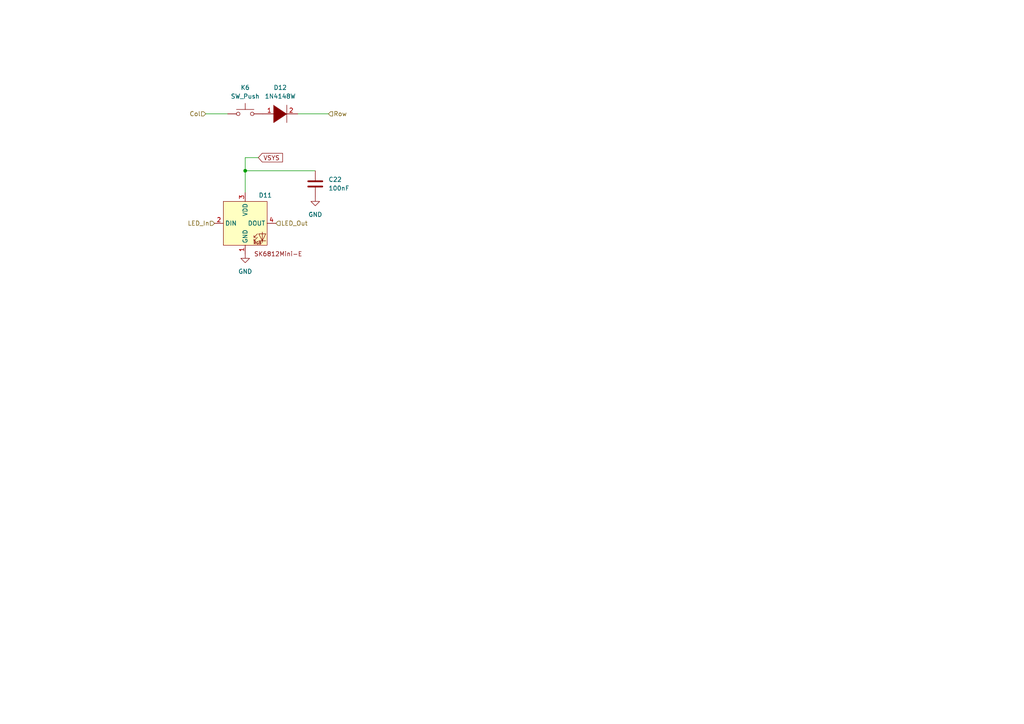
<source format=kicad_sch>
(kicad_sch (version 20231120) (generator "eeschema") (generator_version "8.0")
  (paper "A4")
  (lib_symbols
    (symbol "Device:C" (pin_numbers hide) (pin_names (offset 0.254))
      (property "Reference" "C" (at 0.635 2.54 0))
      (property "Value" "C" (at 0.635 -2.54 0))
      (symbol "C_0_1"
        (polyline (pts (xy -2.032 -0.762) (xy 2.032 -0.762)) (stroke (width 0.508)))
        (polyline (pts (xy -2.032 0.762) (xy 2.032 0.762)) (stroke (width 0.508)))
      )
      (symbol "C_1_1"
        (pin passive line (at 0 3.81 270) (length 2.794) (name "~") (number "1"))
        (pin passive line (at 0 -3.81 90) (length 2.794) (name "~") (number "2"))
      )
    )
    (symbol "Extra:SK6812Mini-E"
      (property "Reference" "D" (at 2.794 7.874 0))
      (symbol "SK6812Mini-E_0_0"
        (text "RGB" (at 3.556 -5.715 0) (effects (font (size 0.762 0.762))))
      )
      (symbol "SK6812Mini-E_0_1"
        (polyline (pts (xy 2.54 -5.08) (xy 3.048 -5.08)))
        (polyline (pts (xy 2.54 -4.064) (xy 3.048 -4.064)))
        (polyline (pts (xy 5.969 -5.08) (xy 3.937 -5.08)))
        (polyline (pts (xy 3.556 -4.064) (xy 2.54 -5.08) (xy 2.54 -4.572)))
        (polyline (pts (xy 3.556 -3.048) (xy 2.54 -4.064) (xy 2.54 -3.556)))
        (polyline (pts (xy 4.953 -2.54) (xy 4.953 -5.08) (xy 4.953 -5.588)))
        (polyline (pts (xy 5.969 -3.048) (xy 3.937 -3.048) (xy 4.953 -5.08) (xy 5.969 -3.048)))
      )
      (symbol "SK6812Mini-E_1_1"
        (rectangle (start -6.35 6.35) (end 6.35 -6.35) (fill (type background)))
        (text private "https://www.lcsc.com/datasheet/lcsc_datasheet_2412101523_OPSCO-Optoelectronics-SK6812MINI-E_C5149201.pdf" (at 3.556 -14.224 0) (effects (font (size 1.27 1.27)) (justify left)))
        (text private "https://www.lcsc.com/product-detail/Light-Emitting-Diodes-LED_OPSCO-Optoelectronics-SK6812MINI-E_C5149201.html" (at 3.556 -11.684 0) (effects (font (size 1.27 1.27)) (justify left)))
        (text "SK6812Mini-E" (at 2.54 -8.89 0) (effects (font (size 1.27 1.27)) (justify left)))
        (pin power_in line (at 0 -8.89 90) (length 2.54) (name "GND") (number "1"))
        (pin input line (at -8.89 0 0) (length 2.54) (name "DIN") (number "2"))
        (pin power_in line (at 0 8.89 270) (length 2.54) (name "VDD") (number "3"))
        (pin output line (at 8.89 0 180) (length 2.54) (name "DOUT") (number "4"))
      )
    )
    (symbol "Switch:SW_Push" (pin_numbers hide) (pin_names (offset 1.016) hide)
      (property "Reference" "SW" (at 1.27 2.54 0))
      (property "Value" "SW_Push" (at 0 -1.524 0))
      (symbol "SW_Push_0_1"
        (circle (center -2.032 0) (radius 0.508))
        (polyline (pts (xy 0 1.27) (xy 0 3.048)))
        (polyline (pts (xy 2.54 1.27) (xy -2.54 1.27)))
        (circle (center 2.032 0) (radius 0.508))
        (pin passive line (at -5.08 0 0) (length 2.54) (name "1") (number "1"))
        (pin passive line (at 5.08 0 180) (length 2.54) (name "2") (number "2"))
      )
    )
    (symbol "power:GND" (power) (pin_numbers hide) (pin_names (offset 0) hide)
      (property "Value" "GND" (at 0 -3.81 0))
      (symbol "GND_0_1"
        (polyline (pts (xy 0 0) (xy 0 -1.27) (xy 1.27 -1.27) (xy 0 -2.54) (xy -1.27 -1.27) (xy 0 -1.27)))
      )
      (symbol "GND_1_1"
        (pin power_in line (at 0 0 270) (length 0) (name "~") (number "1"))
      )
    )
    (symbol "pspice:DIODE" (pin_names (offset 1.016) hide)
      (property "Reference" "D" (at 0 3.81 0))
      (property "Value" "DIODE" (at 0 -4.445 0))
      (symbol "DIODE_0_1"
        (polyline (pts (xy 1.905 2.54) (xy 1.905 -2.54)))
        (polyline (pts (xy -1.905 2.54) (xy -1.905 -2.54) (xy 1.905 0)) (fill (type outline)))
      )
      (symbol "DIODE_1_1"
        (pin input line (at -5.08 0 0) (length 3.81) (name "K") (number "1"))
        (pin input line (at 5.08 0 180) (length 3.81) (name "A") (number "2"))
      )
    )
  )
  (junction (at 71.12 49.53))
  (wire (pts (xy 71.12 55.88) (xy 71.12 49.53)))
  (wire (pts (xy 74.93 45.72) (xy 71.12 45.72)))
  (wire (pts (xy 71.12 45.72) (xy 71.12 49.53)))
  (wire (pts (xy 86.36 33.02) (xy 95.25 33.02)))
  (wire (pts (xy 71.12 49.53) (xy 91.44 49.53)))
  (wire (pts (xy 59.69 33.02) (xy 66.04 33.02)))
  (global_label "VSYS" (shape input) (at 74.93 45.72 0) (property "Intersheetrefs" "${INTERSHEET_REFS}" (effects (hide yes))))
  (hierarchical_label "LED_Out" (shape input) (at 80.01 64.77 0))
  (hierarchical_label "LED_In" (shape input) (at 62.23 64.77 180))
  (hierarchical_label "Row" (shape input) (at 95.25 33.02 0))
  (hierarchical_label "Col" (shape input) (at 59.69 33.02 180))
  (symbol (lib_id "power:GND") (at 91.44 57.15 0) (unit 1)
    (property "Reference" "#PWR063" (effects (hide yes)))
    (property "Value" "GND" (at 91.44 62.23 0))
    (property "Description" "Power symbol creates a global label with name \"GND\" , ground" (effects (hide yes)))
    (instances (project "cheapino" (path "" (reference "#PWR063") (unit 1)) (path "" (reference "#PWR084") (unit 1)) (path "" (reference "#PWR081") (unit 1)) (path "" (reference "#PWR093") (unit 1)) (path "" (reference "#PWR090") (unit 1)) (path "" (reference "#PWR066") (unit 1)) (path "" (reference "#PWR054") (unit 1)) (path "" (reference "#PWR060") (unit 1)) (path "" (reference "#PWR087") (unit 1)) (path "" (reference "#PWR075") (unit 1)) (path "" (reference "#PWR096") (unit 1)) (path "" (reference "#PWR069") (unit 1)) (path "" (reference "#PWR072") (unit 1)) (path "" (reference "#PWR050") (unit 1)) (path "" (reference "#PWR026") (unit 1)) (path "" (reference "#PWR057") (unit 1)) (path "" (reference "#PWR078") (unit 1)) (path "" (reference "#PWR099") (unit 1))))
  )
  (symbol (lib_id "power:GND") (at 71.12 73.66 0) (unit 1)
    (property "Reference" "#PWR062" (effects (hide yes)))
    (property "Value" "GND" (at 71.12 78.74 0))
    (property "Description" "Power symbol creates a global label with name \"GND\" , ground" (effects (hide yes)))
    (instances (project "cheapino" (path "" (reference "#PWR062") (unit 1)) (path "" (reference "#PWR083") (unit 1)) (path "" (reference "#PWR080") (unit 1)) (path "" (reference "#PWR092") (unit 1)) (path "" (reference "#PWR089") (unit 1)) (path "" (reference "#PWR065") (unit 1)) (path "" (reference "#PWR053") (unit 1)) (path "" (reference "#PWR059") (unit 1)) (path "" (reference "#PWR086") (unit 1)) (path "" (reference "#PWR074") (unit 1)) (path "" (reference "#PWR095") (unit 1)) (path "" (reference "#PWR068") (unit 1)) (path "" (reference "#PWR071") (unit 1)) (path "" (reference "#PWR049") (unit 1)) (path "" (reference "#PWR025") (unit 1)) (path "" (reference "#PWR056") (unit 1)) (path "" (reference "#PWR077") (unit 1)) (path "" (reference "#PWR098") (unit 1))))
  )
  (symbol (lib_id "Device:C") (at 91.44 53.34 0) (unit 1)
    (property "Reference" "C22" (at 95.25 52.0699 0) (effects (justify left)))
    (property "Value" "100nF" (at 95.25 54.6099 0) (effects (justify left)))
    (property "Footprint" "Capacitor_SMD:C_0603_1608Metric_Pad1.08x0.95mm_HandSolder" (effects (hide yes)))
    (property "Description" "Unpolarized capacitor" (effects (hide yes)))
    (instances (project "cheapino" (path "" (reference "C22") (unit 1)) (path "" (reference "C29") (unit 1)) (path "" (reference "C28") (unit 1)) (path "" (reference "C32") (unit 1)) (path "" (reference "C31") (unit 1)) (path "" (reference "C23") (unit 1)) (path "" (reference "C19") (unit 1)) (path "" (reference "C21") (unit 1)) (path "" (reference "C30") (unit 1)) (path "" (reference "C26") (unit 1)) (path "" (reference "C33") (unit 1)) (path "" (reference "C24") (unit 1)) (path "" (reference "C25") (unit 1)) (path "" (reference "C18") (unit 1)) (path "" (reference "C17") (unit 1)) (path "" (reference "C20") (unit 1)) (path "" (reference "C27") (unit 1)) (path "" (reference "C34") (unit 1))))
  )
  (symbol (lib_id "pspice:DIODE") (at 81.28 33.02 0) (unit 1)
    (property "Reference" "D12" (at 81.28 25.4 0))
    (property "Value" "1N4148W" (at 81.28 27.94 0))
    (property "Footprint" "Diode_SMD:D_SOD-123" (effects (hide yes)))
    (instances (project "cheapino" (path "" (reference "D12") (unit 1)) (path "" (reference "D26") (unit 1)) (path "" (reference "D24") (unit 1)) (path "" (reference "D32") (unit 1)) (path "" (reference "D30") (unit 1)) (path "" (reference "D14") (unit 1)) (path "" (reference "D6") (unit 1)) (path "" (reference "D10") (unit 1)) (path "" (reference "D28") (unit 1)) (path "" (reference "D20") (unit 1)) (path "" (reference "D34") (unit 1)) (path "" (reference "D16") (unit 1)) (path "" (reference "D18") (unit 1)) (path "" (reference "D4") (unit 1)) (path "" (reference "D2") (unit 1)) (path "" (reference "D8") (unit 1)) (path "" (reference "D22") (unit 1)) (path "" (reference "D36") (unit 1))))
  )
  (symbol (lib_id "Switch:SW_Push") (at 71.12 33.02 0) (unit 1)
    (property "Reference" "K6" (at 71.12 25.4 0))
    (property "Value" "SW_Push" (at 71.12 27.94 0))
    (property "Footprint" "Extra:Kailh_socket_MX_reversible" (effects (hide yes)))
    (instances (project "cheapino" (path "" (reference "K6") (unit 1)) (path "" (reference "K13") (unit 1)) (path "" (reference "K12") (unit 1)) (path "" (reference "K16") (unit 1)) (path "" (reference "K15") (unit 1)) (path "" (reference "K7") (unit 1)) (path "" (reference "K3") (unit 1)) (path "" (reference "K5") (unit 1)) (path "" (reference "K14") (unit 1)) (path "" (reference "K10") (unit 1)) (path "" (reference "K17") (unit 1)) (path "" (reference "K8") (unit 1)) (path "" (reference "K9") (unit 1)) (path "" (reference "K2") (unit 1)) (path "" (reference "K1") (unit 1)) (path "" (reference "K4") (unit 1)) (path "" (reference "K11") (unit 1)) (path "" (reference "K18") (unit 1))))
  )
  (symbol (lib_id "Extra:SK6812Mini-E") (at 71.12 64.77 0) (unit 1)
    (property "Reference" "D11" (at 76.962 56.642 0))
    (property "Value" "~" (at 90.17 61.6265 0))
    (property "Footprint" "Extra:SK6812-MINI-E_ReverseMount_reversible" (effects (hide yes)))
    (instances (project "cheapino" (path "" (reference "D11") (unit 1)) (path "" (reference "D25") (unit 1)) (path "" (reference "D23") (unit 1)) (path "" (reference "D31") (unit 1)) (path "" (reference "D29") (unit 1)) (path "" (reference "D13") (unit 1)) (path "" (reference "D5") (unit 1)) (path "" (reference "D9") (unit 1)) (path "" (reference "D27") (unit 1)) (path "" (reference "D19") (unit 1)) (path "" (reference "D33") (unit 1)) (path "" (reference "D15") (unit 1)) (path "" (reference "D17") (unit 1)) (path "" (reference "D3") (unit 1)) (path "" (reference "D1") (unit 1)) (path "" (reference "D7") (unit 1)) (path "" (reference "D21") (unit 1)) (path "" (reference "D35") (unit 1))))
  )
)
</source>
